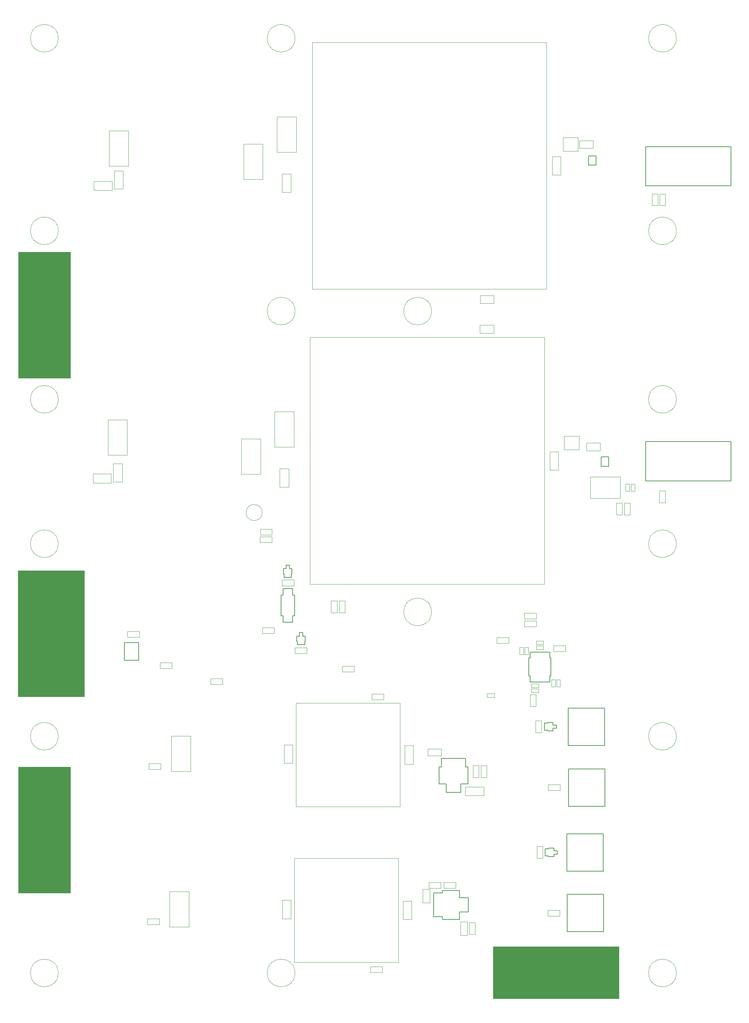
<source format=gbr>
%TF.GenerationSoftware,KiCad,Pcbnew,9.0.3*%
%TF.CreationDate,2025-09-16T12:32:26-04:00*%
%TF.ProjectId,CAEN_NEVIS_DAQ_PM5V,4341454e-5f4e-4455-9649-535f4441515f,rev?*%
%TF.SameCoordinates,Original*%
%TF.FileFunction,Other,User*%
%FSLAX46Y46*%
G04 Gerber Fmt 4.6, Leading zero omitted, Abs format (unit mm)*
G04 Created by KiCad (PCBNEW 9.0.3) date 2025-09-16 12:32:26*
%MOMM*%
%LPD*%
G01*
G04 APERTURE LIST*
%ADD10C,0.050000*%
%ADD11C,0.152400*%
%ADD12C,0.100000*%
G04 APERTURE END LIST*
D10*
%TO.C,R28*%
X278240000Y-141810000D02*
X279700000Y-141810000D01*
X278240000Y-144770000D02*
X278240000Y-141810000D01*
X279700000Y-141810000D02*
X279700000Y-144770000D01*
X279700000Y-144770000D02*
X278240000Y-144770000D01*
%TO.C,C39*%
X184306250Y-243850001D02*
X186406250Y-243850001D01*
X184306250Y-248450001D02*
X184306250Y-243850001D01*
X186406250Y-243850001D02*
X186406250Y-248450001D01*
X186406250Y-248450001D02*
X184306250Y-248450001D01*
%TO.C,C63*%
X243435000Y-180810000D02*
X244355000Y-180810000D01*
X243435000Y-182630000D02*
X243435000Y-180810000D01*
X244355000Y-180810000D02*
X244355000Y-182630000D01*
X244355000Y-182630000D02*
X243435000Y-182630000D01*
%TO.C,H13*%
X187450000Y-262000000D02*
G75*
G02*
X180550000Y-262000000I-3450000J0D01*
G01*
X180550000Y-262000000D02*
G75*
G02*
X187450000Y-262000000I3450000J0D01*
G01*
%TO.C,C29*%
X156625000Y-202960000D02*
X161425000Y-202960000D01*
X156625000Y-211760000D02*
X156625000Y-202960000D01*
X161425000Y-202960000D02*
X161425000Y-211760000D01*
X161425000Y-211760000D02*
X156625000Y-211760000D01*
%TO.C,H6*%
X128450000Y-203000000D02*
G75*
G02*
X121550000Y-203000000I-3450000J0D01*
G01*
X121550000Y-203000000D02*
G75*
G02*
X128450000Y-203000000I3450000J0D01*
G01*
%TO.C,R43*%
X250540000Y-215040000D02*
X253500000Y-215040000D01*
X250540000Y-216500000D02*
X250540000Y-215040000D01*
X253500000Y-215040000D02*
X253500000Y-216500000D01*
X253500000Y-216500000D02*
X250540000Y-216500000D01*
%TO.C,H14*%
X282450000Y-119000000D02*
G75*
G02*
X275550000Y-119000000I-3450000J0D01*
G01*
X275550000Y-119000000D02*
G75*
G02*
X282450000Y-119000000I3450000J0D01*
G01*
%TO.C,C54*%
X233750000Y-210270000D02*
X235210000Y-210270000D01*
X233750000Y-213230000D02*
X233750000Y-210270000D01*
X235210000Y-210270000D02*
X235210000Y-213230000D01*
X235210000Y-213230000D02*
X233750000Y-213230000D01*
%TO.C,C46*%
X214396250Y-244064999D02*
X216496250Y-244064999D01*
X214396250Y-248664999D02*
X214396250Y-244064999D01*
X216496250Y-244064999D02*
X216496250Y-248664999D01*
X216496250Y-248664999D02*
X214396250Y-248664999D01*
%TO.C,H4*%
X128450000Y-119000000D02*
G75*
G02*
X121550000Y-119000000I-3450000J0D01*
G01*
X121550000Y-119000000D02*
G75*
G02*
X128450000Y-119000000I3450000J0D01*
G01*
%TO.C,R16*%
X166480000Y-188590000D02*
X169440000Y-188590000D01*
X166480000Y-190050000D02*
X166480000Y-188590000D01*
X169440000Y-188590000D02*
X169440000Y-190050000D01*
X169440000Y-190050000D02*
X166480000Y-190050000D01*
%TO.C,C37*%
X214795000Y-205335000D02*
X216895000Y-205335000D01*
X214795000Y-209935000D02*
X214795000Y-205335000D01*
X216895000Y-205335000D02*
X216895000Y-209935000D01*
X216895000Y-209935000D02*
X214795000Y-209935000D01*
D11*
%TO.C,P4*%
X255511000Y-195966001D02*
X255511000Y-205273999D01*
X255511000Y-205273999D02*
X264569000Y-205273999D01*
X264569000Y-195966001D02*
X255511000Y-195966001D01*
X264569000Y-205273999D02*
X264569000Y-195966001D01*
D10*
%TO.C,C59*%
X219270000Y-241082500D02*
X221030000Y-241082500D01*
X219270000Y-244482500D02*
X219270000Y-241082500D01*
X221030000Y-241082500D02*
X221030000Y-244482500D01*
X221030000Y-244482500D02*
X219270000Y-244482500D01*
%TO.C,F3*%
X151055000Y-209750000D02*
X154015000Y-209750000D01*
X151055000Y-211210000D02*
X151055000Y-209750000D01*
X154015000Y-209750000D02*
X154015000Y-211210000D01*
X154015000Y-211210000D02*
X151055000Y-211210000D01*
%TO.C,R38*%
X199200000Y-185500000D02*
X202160000Y-185500000D01*
X199200000Y-186960000D02*
X199200000Y-185500000D01*
X202160000Y-185500000D02*
X202160000Y-186960000D01*
X202160000Y-186960000D02*
X199200000Y-186960000D01*
D11*
%TO.C,U2*%
X144931999Y-179641800D02*
X148487999Y-179641800D01*
X144931999Y-184010600D02*
X144931999Y-179641800D01*
X148487999Y-179641800D02*
X148487999Y-184010600D01*
X148487999Y-184010600D02*
X144931999Y-184010600D01*
D10*
%TO.C,R7*%
X153790000Y-184640000D02*
X156750000Y-184640000D01*
X153790000Y-186100000D02*
X153790000Y-184640000D01*
X156750000Y-184640000D02*
X156750000Y-186100000D01*
X156750000Y-186100000D02*
X153790000Y-186100000D01*
%TO.C,R11*%
X183655000Y-136330000D02*
X185895000Y-136330000D01*
X183655000Y-140890000D02*
X183655000Y-136330000D01*
X185895000Y-136330000D02*
X185895000Y-140890000D01*
X185895000Y-140890000D02*
X183655000Y-140890000D01*
%TO.C,C65*%
X228630000Y-249220000D02*
X230390000Y-249220000D01*
X228630000Y-252620000D02*
X228630000Y-249220000D01*
X230390000Y-249220000D02*
X230390000Y-252620000D01*
X230390000Y-252620000D02*
X228630000Y-252620000D01*
%TO.C,F1*%
X137310000Y-64632500D02*
X141870000Y-64632500D01*
X137310000Y-66872500D02*
X137310000Y-64632500D01*
X141870000Y-64632500D02*
X141870000Y-66872500D01*
X141870000Y-66872500D02*
X137310000Y-66872500D01*
D11*
%TO.C,M2*%
X184585999Y-161191000D02*
X185235999Y-161191000D01*
X184585999Y-162499000D02*
X184585999Y-161191000D01*
X184585999Y-162499000D02*
X184735999Y-162499000D01*
X184735999Y-162499000D02*
X184735999Y-163354599D01*
X184735999Y-163354599D02*
X186543999Y-163354599D01*
X185235999Y-160335401D02*
X186043999Y-160335401D01*
X185235999Y-161191000D02*
X185235999Y-160335401D01*
X186043999Y-161191000D02*
X186043999Y-160335401D01*
X186543999Y-162499000D02*
X186543999Y-163354599D01*
X186693999Y-161191000D02*
X186043999Y-161191000D01*
X186693999Y-161191000D02*
X186693999Y-162499000D01*
X186693999Y-162499000D02*
X186543999Y-162499000D01*
D10*
%TO.C,U4*%
X191160000Y-103570000D02*
X249560000Y-103570000D01*
X191160000Y-165070000D02*
X191160000Y-103570000D01*
X249560000Y-103570000D02*
X249560000Y-165070000D01*
X249560000Y-165070000D02*
X191160000Y-165070000D01*
D11*
%TO.C,U9*%
X223321700Y-210651800D02*
X223944000Y-210651800D01*
X223321700Y-214868200D02*
X223321700Y-210651800D01*
X223944000Y-208505500D02*
X229913000Y-208505500D01*
X223944000Y-210651800D02*
X223944000Y-208505500D01*
X225099700Y-214868200D02*
X223321700Y-214868200D01*
X225099700Y-217014500D02*
X225099700Y-214868200D01*
X228757300Y-214868200D02*
X228757300Y-217014500D01*
X228757300Y-217014500D02*
X225099700Y-217014500D01*
X229913000Y-208505500D02*
X229913000Y-210651800D01*
X229913000Y-210651800D02*
X230535300Y-210651800D01*
X230535300Y-210651800D02*
X230535300Y-214868200D01*
X230535300Y-214868200D02*
X228757300Y-214868200D01*
D10*
%TO.C,R35*%
X246000000Y-192580000D02*
X247460000Y-192580000D01*
X246000000Y-195540000D02*
X246000000Y-192580000D01*
X247460000Y-192580000D02*
X247460000Y-195540000D01*
X247460000Y-195540000D02*
X246000000Y-195540000D01*
D11*
%TO.C,P2*%
X255231000Y-242416001D02*
X255231000Y-251723999D01*
X255231000Y-251723999D02*
X264289000Y-251723999D01*
X264289000Y-242416001D02*
X255231000Y-242416001D01*
X264289000Y-251723999D02*
X264289000Y-242416001D01*
%TO.C,U12*%
X245704100Y-183482100D02*
X246021600Y-183482100D01*
X245704100Y-187977900D02*
X245704100Y-183482100D01*
X246021600Y-182021600D02*
X246021600Y-183482100D01*
X246021600Y-182021600D02*
X250898400Y-182021600D01*
X246021600Y-187977900D02*
X245704100Y-187977900D01*
X246021600Y-189438400D02*
X246021600Y-187977900D01*
X250898400Y-182021600D02*
X250898400Y-183482100D01*
X250898400Y-183482100D02*
X251215900Y-183482100D01*
X250898400Y-189438400D02*
X246021600Y-189438400D01*
X250898400Y-189438400D02*
X250898400Y-187977900D01*
X251215900Y-183482100D02*
X251215900Y-187977900D01*
X251215900Y-187977900D02*
X250898400Y-187977900D01*
D10*
%TO.C,R42*%
X250460000Y-246330000D02*
X253420000Y-246330000D01*
X250460000Y-247790000D02*
X250460000Y-246330000D01*
X253420000Y-246330000D02*
X253420000Y-247790000D01*
X253420000Y-247790000D02*
X250460000Y-247790000D01*
%TO.C,C48*%
X271160000Y-140080000D02*
X272080000Y-140080000D01*
X271160000Y-141900000D02*
X271160000Y-140080000D01*
X272080000Y-140080000D02*
X272080000Y-141900000D01*
X272080000Y-141900000D02*
X271160000Y-141900000D01*
%TO.C,U7*%
X261030000Y-138287500D02*
X261030000Y-143692500D01*
X261030000Y-138287500D02*
X268440000Y-138287500D01*
X261030000Y-143692500D02*
X268440000Y-143692500D01*
X268440000Y-138287500D02*
X268440000Y-143692500D01*
D12*
%TO.C,J1*%
X134940000Y-193109000D02*
X118440000Y-193109000D01*
X118440000Y-161699000D01*
X134940000Y-161699000D01*
X134940000Y-193109000D01*
G36*
X134940000Y-193109000D02*
G01*
X118440000Y-193109000D01*
X118440000Y-161699000D01*
X134940000Y-161699000D01*
X134940000Y-193109000D01*
G37*
D10*
%TO.C,C28*%
X206220000Y-260420000D02*
X209180000Y-260420000D01*
X206220000Y-261880000D02*
X206220000Y-260420000D01*
X209180000Y-260420000D02*
X209180000Y-261880000D01*
X209180000Y-261880000D02*
X206220000Y-261880000D01*
%TO.C,D2*%
X254260000Y-53770000D02*
X254260000Y-57170000D01*
X254260000Y-57170000D02*
X257980000Y-57170000D01*
X257980000Y-53770000D02*
X254260000Y-53770000D01*
X257980000Y-57170000D02*
X257980000Y-53770000D01*
%TO.C,C61*%
X252590000Y-188860000D02*
X253510000Y-188860000D01*
X252590000Y-190680000D02*
X252590000Y-188860000D01*
X253510000Y-188860000D02*
X253510000Y-190680000D01*
X253510000Y-190680000D02*
X252590000Y-190680000D01*
%TO.C,C16*%
X251515000Y-58500000D02*
X253615000Y-58500000D01*
X251515000Y-63100000D02*
X251515000Y-58500000D01*
X253615000Y-58500000D02*
X253615000Y-63100000D01*
X253615000Y-63100000D02*
X251515000Y-63100000D01*
%TO.C,C9*%
X182945000Y-48557500D02*
X187745000Y-48557500D01*
X182945000Y-57357500D02*
X182945000Y-48557500D01*
X187745000Y-48557500D02*
X187745000Y-57357500D01*
X187745000Y-57357500D02*
X182945000Y-57357500D01*
%TO.C,C62*%
X244665000Y-180830000D02*
X245585000Y-180830000D01*
X244665000Y-182650000D02*
X244665000Y-180830000D01*
X245585000Y-180830000D02*
X245585000Y-182650000D01*
X245585000Y-182650000D02*
X244665000Y-182650000D01*
%TO.C,R8*%
X142390000Y-62002500D02*
X144630000Y-62002500D01*
X142390000Y-66562500D02*
X142390000Y-62002500D01*
X144630000Y-62002500D02*
X144630000Y-66562500D01*
X144630000Y-66562500D02*
X142390000Y-66562500D01*
%TO.C,C17*%
X140840000Y-124080000D02*
X145640000Y-124080000D01*
X140840000Y-132880000D02*
X140840000Y-124080000D01*
X145640000Y-124080000D02*
X145640000Y-132880000D01*
X145640000Y-132880000D02*
X140840000Y-132880000D01*
D11*
%TO.C,R1*%
X260572900Y-58278900D02*
X262427100Y-58278900D01*
X260572900Y-60641100D02*
X260572900Y-58278900D01*
X262427100Y-58278900D02*
X262427100Y-60641100D01*
X262427100Y-60641100D02*
X260572900Y-60641100D01*
D10*
%TO.C,V_{EN}1*%
X179270000Y-147230000D02*
G75*
G02*
X175270000Y-147230000I-2000000J0D01*
G01*
X175270000Y-147230000D02*
G75*
G02*
X179270000Y-147230000I2000000J0D01*
G01*
%TO.C,R14*%
X179280000Y-175910000D02*
X182240000Y-175910000D01*
X179280000Y-177370000D02*
X179280000Y-175910000D01*
X182240000Y-175910000D02*
X182240000Y-177370000D01*
X182240000Y-177370000D02*
X179280000Y-177370000D01*
D11*
%TO.C,M4*%
X249765401Y-231045999D02*
X249765401Y-232853999D01*
X250621000Y-230895999D02*
X250621000Y-231045999D01*
X250621000Y-230895999D02*
X251929000Y-230895999D01*
X250621000Y-231045999D02*
X249765401Y-231045999D01*
X250621000Y-232853999D02*
X249765401Y-232853999D01*
X250621000Y-233003999D02*
X250621000Y-232853999D01*
X251929000Y-230895999D02*
X251929000Y-231545999D01*
X251929000Y-231545999D02*
X252784599Y-231545999D01*
X251929000Y-232353999D02*
X252784599Y-232353999D01*
X251929000Y-233003999D02*
X250621000Y-233003999D01*
X251929000Y-233003999D02*
X251929000Y-232353999D01*
X252784599Y-231545999D02*
X252784599Y-232353999D01*
D10*
%TO.C,R39*%
X230850000Y-249450000D02*
X232310000Y-249450000D01*
X230850000Y-252410000D02*
X230850000Y-249450000D01*
X232310000Y-249450000D02*
X232310000Y-252410000D01*
X232310000Y-252410000D02*
X230850000Y-252410000D01*
%TO.C,H17*%
X221450000Y-172000000D02*
G75*
G02*
X214550000Y-172000000I-3450000J0D01*
G01*
X214550000Y-172000000D02*
G75*
G02*
X221450000Y-172000000I3450000J0D01*
G01*
%TO.C,C18*%
X174055000Y-128880000D02*
X178855000Y-128880000D01*
X174055000Y-137680000D02*
X174055000Y-128880000D01*
X178855000Y-128880000D02*
X178855000Y-137680000D01*
X178855000Y-137680000D02*
X174055000Y-137680000D01*
%TO.C,C55*%
X229870000Y-215640000D02*
X234470000Y-215640000D01*
X229870000Y-217740000D02*
X229870000Y-215640000D01*
X234470000Y-215640000D02*
X234470000Y-217740000D01*
X234470000Y-217740000D02*
X229870000Y-217740000D01*
%TO.C,C47*%
X269850000Y-140100000D02*
X270770000Y-140100000D01*
X269850000Y-141920000D02*
X269850000Y-140100000D01*
X270770000Y-140100000D02*
X270770000Y-141920000D01*
X270770000Y-141920000D02*
X269850000Y-141920000D01*
D11*
%TO.C,J4*%
X274839569Y-129507800D02*
X296054432Y-129507800D01*
X274839569Y-139312200D02*
X274839569Y-129507800D01*
X296054432Y-129507800D02*
X296054432Y-139312200D01*
X296054432Y-139312200D02*
X274839569Y-139312200D01*
D10*
%TO.C,C19*%
X182385000Y-122080000D02*
X187185000Y-122080000D01*
X182385000Y-130880000D02*
X182385000Y-122080000D01*
X187185000Y-122080000D02*
X187185000Y-130880000D01*
X187185000Y-130880000D02*
X182385000Y-130880000D01*
%TO.C,R40*%
X247380000Y-199130000D02*
X248840000Y-199130000D01*
X247380000Y-202090000D02*
X247380000Y-199130000D01*
X248840000Y-199130000D02*
X248840000Y-202090000D01*
X248840000Y-202090000D02*
X247380000Y-202090000D01*
%TO.C,R41*%
X247690000Y-230470000D02*
X249150000Y-230470000D01*
X247690000Y-233430000D02*
X247690000Y-230470000D01*
X249150000Y-230470000D02*
X249150000Y-233430000D01*
X249150000Y-233430000D02*
X247690000Y-233430000D01*
%TO.C,U3*%
X191720000Y-30047500D02*
X250120000Y-30047500D01*
X191720000Y-91547500D02*
X191720000Y-30047500D01*
X250120000Y-30047500D02*
X250120000Y-91547500D01*
X250120000Y-91547500D02*
X191720000Y-91547500D01*
%TO.C,C8*%
X174615000Y-55357500D02*
X179415000Y-55357500D01*
X174615000Y-64157500D02*
X174615000Y-55357500D01*
X179415000Y-55357500D02*
X179415000Y-64157500D01*
X179415000Y-64157500D02*
X174615000Y-64157500D01*
D11*
%TO.C,M3*%
X249575401Y-199716001D02*
X249575401Y-201524001D01*
X250431000Y-199566001D02*
X250431000Y-199716001D01*
X250431000Y-199566001D02*
X251739000Y-199566001D01*
X250431000Y-199716001D02*
X249575401Y-199716001D01*
X250431000Y-201524001D02*
X249575401Y-201524001D01*
X250431000Y-201674001D02*
X250431000Y-201524001D01*
X251739000Y-199566001D02*
X251739000Y-200216001D01*
X251739000Y-200216001D02*
X252594599Y-200216001D01*
X251739000Y-201024001D02*
X252594599Y-201024001D01*
X251739000Y-201674001D02*
X250431000Y-201674001D01*
X251739000Y-201674001D02*
X251739000Y-201024001D01*
X252594599Y-200216001D02*
X252594599Y-201024001D01*
D10*
%TO.C,R22*%
X244560000Y-174190000D02*
X247520000Y-174190000D01*
X244560000Y-175650000D02*
X244560000Y-174190000D01*
X247520000Y-174190000D02*
X247520000Y-175650000D01*
X247520000Y-175650000D02*
X244560000Y-175650000D01*
%TO.C,R10*%
X142156250Y-135010000D02*
X144396250Y-135010000D01*
X142156250Y-139570000D02*
X142156250Y-135010000D01*
X144396250Y-135010000D02*
X144396250Y-139570000D01*
X144396250Y-139570000D02*
X142156250Y-139570000D01*
D11*
%TO.C,M1*%
X187896000Y-177996000D02*
X188546000Y-177996000D01*
X187896000Y-179304000D02*
X187896000Y-177996000D01*
X187896000Y-179304000D02*
X188046000Y-179304000D01*
X188046000Y-179304000D02*
X188046000Y-180159599D01*
X188046000Y-180159599D02*
X189854000Y-180159599D01*
X188546000Y-177140401D02*
X189354000Y-177140401D01*
X188546000Y-177996000D02*
X188546000Y-177140401D01*
X189354000Y-177996000D02*
X189354000Y-177140401D01*
X189854000Y-179304000D02*
X189854000Y-180159599D01*
X190004000Y-177996000D02*
X189354000Y-177996000D01*
X190004000Y-177996000D02*
X190004000Y-179304000D01*
X190004000Y-179304000D02*
X189854000Y-179304000D01*
D10*
%TO.C,H11*%
X282450000Y-203000000D02*
G75*
G02*
X275550000Y-203000000I-3450000J0D01*
G01*
X275550000Y-203000000D02*
G75*
G02*
X282450000Y-203000000I3450000J0D01*
G01*
D11*
%TO.C,R2*%
X263722900Y-133338900D02*
X265577100Y-133338900D01*
X263722900Y-135701100D02*
X263722900Y-133338900D01*
X265577100Y-133338900D02*
X265577100Y-135701100D01*
X265577100Y-135701100D02*
X263722900Y-135701100D01*
D10*
%TO.C,R34*%
X237740000Y-178350000D02*
X240700000Y-178350000D01*
X237740000Y-179810000D02*
X237740000Y-178350000D01*
X240700000Y-178350000D02*
X240700000Y-179810000D01*
X240700000Y-179810000D02*
X237740000Y-179810000D01*
%TO.C,R30*%
X246280000Y-189910000D02*
X248140000Y-189910000D01*
X246280000Y-190850000D02*
X246280000Y-189910000D01*
X248140000Y-189910000D02*
X248140000Y-190850000D01*
X248140000Y-190850000D02*
X246280000Y-190850000D01*
%TO.C,U6*%
X187293750Y-233410000D02*
X213193750Y-233410000D01*
X187293750Y-259310000D02*
X187293750Y-233410000D01*
X213193750Y-233410000D02*
X213193750Y-259310000D01*
X213193750Y-259310000D02*
X187293750Y-259310000D01*
%TO.C,C56*%
X246300000Y-191160000D02*
X248120000Y-191160000D01*
X246300000Y-192080000D02*
X246300000Y-191160000D01*
X248120000Y-191160000D02*
X248120000Y-192080000D01*
X248120000Y-192080000D02*
X246300000Y-192080000D01*
%TO.C,R32*%
X247510000Y-180410000D02*
X249370000Y-180410000D01*
X247510000Y-181350000D02*
X247510000Y-180410000D01*
X249370000Y-180410000D02*
X249370000Y-181350000D01*
X249370000Y-181350000D02*
X247510000Y-181350000D01*
%TO.C,R44*%
X198450000Y-169220000D02*
X199910000Y-169220000D01*
X198450000Y-172180000D02*
X198450000Y-169220000D01*
X199910000Y-169220000D02*
X199910000Y-172180000D01*
X199910000Y-172180000D02*
X198450000Y-172180000D01*
%TO.C,C5*%
X233590000Y-93140000D02*
X236990000Y-93140000D01*
X233590000Y-95100000D02*
X233590000Y-93140000D01*
X236990000Y-93140000D02*
X236990000Y-95100000D01*
X236990000Y-95100000D02*
X233590000Y-95100000D01*
%TO.C,C60*%
X251340000Y-188860000D02*
X252260000Y-188860000D01*
X251340000Y-190680000D02*
X251340000Y-188860000D01*
X252260000Y-188860000D02*
X252260000Y-190680000D01*
X252260000Y-190680000D02*
X251340000Y-190680000D01*
%TO.C,R31*%
X251870000Y-180420000D02*
X254830000Y-180420000D01*
X251870000Y-181880000D02*
X251870000Y-180420000D01*
X254830000Y-180420000D02*
X254830000Y-181880000D01*
X254830000Y-181880000D02*
X251870000Y-181880000D01*
%TO.C,H3*%
X128450000Y-77000000D02*
G75*
G02*
X121550000Y-77000000I-3450000J0D01*
G01*
X121550000Y-77000000D02*
G75*
G02*
X128450000Y-77000000I3450000J0D01*
G01*
%TO.C,R27*%
X276400000Y-67760000D02*
X277860000Y-67760000D01*
X276400000Y-70720000D02*
X276400000Y-67760000D01*
X277860000Y-67760000D02*
X277860000Y-70720000D01*
X277860000Y-70720000D02*
X276400000Y-70720000D01*
%TO.C,H5*%
X128450000Y-155000000D02*
G75*
G02*
X121550000Y-155000000I-3450000J0D01*
G01*
X121550000Y-155000000D02*
G75*
G02*
X128450000Y-155000000I3450000J0D01*
G01*
%TO.C,R36*%
X224540000Y-239440000D02*
X227500000Y-239440000D01*
X224540000Y-240900000D02*
X224540000Y-239440000D01*
X227500000Y-239440000D02*
X227500000Y-240900000D01*
X227500000Y-240900000D02*
X224540000Y-240900000D01*
%TO.C,H1*%
X128450000Y-29000000D02*
G75*
G02*
X121550000Y-29000000I-3450000J0D01*
G01*
X121550000Y-29000000D02*
G75*
G02*
X128450000Y-29000000I3450000J0D01*
G01*
%TO.C,H16*%
X221450000Y-97000000D02*
G75*
G02*
X214550000Y-97000000I-3450000J0D01*
G01*
X214550000Y-97000000D02*
G75*
G02*
X221450000Y-97000000I3450000J0D01*
G01*
%TO.C,R19*%
X184200000Y-164020000D02*
X187160000Y-164020000D01*
X184200000Y-165480000D02*
X184200000Y-164020000D01*
X187160000Y-164020000D02*
X187160000Y-165480000D01*
X187160000Y-165480000D02*
X184200000Y-165480000D01*
%TO.C,H8*%
X282450000Y-262000000D02*
G75*
G02*
X275550000Y-262000000I-3450000J0D01*
G01*
X275550000Y-262000000D02*
G75*
G02*
X282450000Y-262000000I3450000J0D01*
G01*
%TO.C,C51*%
X220510000Y-206110000D02*
X223910000Y-206110000D01*
X220510000Y-207870000D02*
X220510000Y-206110000D01*
X223910000Y-206110000D02*
X223910000Y-207870000D01*
X223910000Y-207870000D02*
X220510000Y-207870000D01*
%TO.C,C4*%
X145699999Y-176826200D02*
X148659999Y-176826200D01*
X145699999Y-178286200D02*
X145699999Y-176826200D01*
X148659999Y-176826200D02*
X148659999Y-178286200D01*
X148659999Y-178286200D02*
X145699999Y-178286200D01*
%TO.C,C6*%
X233530000Y-100520000D02*
X236930000Y-100520000D01*
X233530000Y-102480000D02*
X233530000Y-100520000D01*
X236930000Y-100520000D02*
X236930000Y-102480000D01*
X236930000Y-102480000D02*
X233530000Y-102480000D01*
%TO.C,C38*%
X156226250Y-241690001D02*
X161026250Y-241690001D01*
X156226250Y-250490001D02*
X156226250Y-241690001D01*
X161026250Y-241690001D02*
X161026250Y-250490001D01*
X161026250Y-250490001D02*
X156226250Y-250490001D01*
%TO.C,U5*%
X187692500Y-194680000D02*
X213592500Y-194680000D01*
X187692500Y-220580000D02*
X187692500Y-194680000D01*
X213592500Y-194680000D02*
X213592500Y-220580000D01*
X213592500Y-220580000D02*
X187692500Y-220580000D01*
%TO.C,C7*%
X141130000Y-52087500D02*
X145930000Y-52087500D01*
X141130000Y-60887500D02*
X141130000Y-52087500D01*
X145930000Y-52087500D02*
X145930000Y-60887500D01*
X145930000Y-60887500D02*
X141130000Y-60887500D01*
%TO.C,R20*%
X269460000Y-144880000D02*
X270920000Y-144880000D01*
X269460000Y-147840000D02*
X269460000Y-144880000D01*
X270920000Y-144880000D02*
X270920000Y-147840000D01*
X270920000Y-147840000D02*
X269460000Y-147840000D01*
%TO.C,H15*%
X187450000Y-29000000D02*
G75*
G02*
X180550000Y-29000000I-3450000J0D01*
G01*
X180550000Y-29000000D02*
G75*
G02*
X187450000Y-29000000I3450000J0D01*
G01*
%TO.C,C66*%
X247550000Y-179190000D02*
X249370000Y-179190000D01*
X247550000Y-180110000D02*
X247550000Y-179190000D01*
X249370000Y-179190000D02*
X249370000Y-180110000D01*
X249370000Y-180110000D02*
X247550000Y-180110000D01*
%TO.C,C30*%
X184705000Y-205120000D02*
X186805000Y-205120000D01*
X184705000Y-209720000D02*
X184705000Y-205120000D01*
X186805000Y-205120000D02*
X186805000Y-209720000D01*
X186805000Y-209720000D02*
X184705000Y-209720000D01*
%TO.C,H7*%
X128450000Y-262000000D02*
G75*
G02*
X121550000Y-262000000I-3450000J0D01*
G01*
X121550000Y-262000000D02*
G75*
G02*
X128450000Y-262000000I3450000J0D01*
G01*
%TO.C,R29*%
X235280000Y-192370000D02*
X237140000Y-192370000D01*
X235280000Y-193310000D02*
X235280000Y-192370000D01*
X237140000Y-192370000D02*
X237140000Y-193310000D01*
X237140000Y-193310000D02*
X235280000Y-193310000D01*
%TO.C,R23*%
X244565000Y-172280000D02*
X247525000Y-172280000D01*
X244565000Y-173740000D02*
X244565000Y-172280000D01*
X247525000Y-172280000D02*
X247525000Y-173740000D01*
X247525000Y-173740000D02*
X244565000Y-173740000D01*
%TO.C,R26*%
X278260000Y-67760000D02*
X279720000Y-67760000D01*
X278260000Y-70720000D02*
X278260000Y-67760000D01*
X279720000Y-67760000D02*
X279720000Y-70720000D01*
X279720000Y-70720000D02*
X278260000Y-70720000D01*
%TO.C,R24*%
X231790000Y-210280000D02*
X233250000Y-210280000D01*
X231790000Y-213240000D02*
X231790000Y-210280000D01*
X233250000Y-210280000D02*
X233250000Y-213240000D01*
X233250000Y-213240000D02*
X231790000Y-213240000D01*
%TO.C,H10*%
X187450000Y-97000000D02*
G75*
G02*
X180550000Y-97000000I-3450000J0D01*
G01*
X180550000Y-97000000D02*
G75*
G02*
X187450000Y-97000000I3450000J0D01*
G01*
%TO.C,H12*%
X282450000Y-77000000D02*
G75*
G02*
X275550000Y-77000000I-3450000J0D01*
G01*
X275550000Y-77000000D02*
G75*
G02*
X282450000Y-77000000I3450000J0D01*
G01*
%TO.C,R9*%
X184215000Y-62807500D02*
X186455000Y-62807500D01*
X184215000Y-67367500D02*
X184215000Y-62807500D01*
X186455000Y-62807500D02*
X186455000Y-67367500D01*
X186455000Y-67367500D02*
X184215000Y-67367500D01*
%TO.C,R15*%
X187460000Y-180900000D02*
X190420000Y-180900000D01*
X187460000Y-182360000D02*
X187460000Y-180900000D01*
X190420000Y-180900000D02*
X190420000Y-182360000D01*
X190420000Y-182360000D02*
X187460000Y-182360000D01*
D12*
%TO.C,J6*%
X268155000Y-268350000D02*
X236755000Y-268350000D01*
X236755000Y-255430000D01*
X268155000Y-255430000D01*
X268155000Y-268350000D01*
G36*
X268155000Y-268350000D02*
G01*
X236755000Y-268350000D01*
X236755000Y-255430000D01*
X268155000Y-255430000D01*
X268155000Y-268350000D01*
G37*
D11*
%TO.C,P1*%
X255151000Y-227296001D02*
X255151000Y-236603999D01*
X255151000Y-236603999D02*
X264209000Y-236603999D01*
X264209000Y-227296001D02*
X255151000Y-227296001D01*
X264209000Y-236603999D02*
X264209000Y-227296001D01*
%TO.C,J5*%
X274839569Y-55997800D02*
X296054432Y-55997800D01*
X274839569Y-65802200D02*
X274839569Y-55997800D01*
X296054432Y-55997800D02*
X296054432Y-65802200D01*
X296054432Y-65802200D02*
X274839569Y-65802200D01*
D10*
%TO.C,F2*%
X137110000Y-137600000D02*
X141670000Y-137600000D01*
X137110000Y-139840000D02*
X137110000Y-137600000D01*
X141670000Y-137600000D02*
X141670000Y-139840000D01*
X141670000Y-139840000D02*
X137110000Y-139840000D01*
D12*
%TO.C,J2*%
X131440000Y-113680000D02*
X118520000Y-113680000D01*
X118520000Y-82280000D01*
X131440000Y-82280000D01*
X131440000Y-113680000D01*
G36*
X131440000Y-113680000D02*
G01*
X118520000Y-113680000D01*
X118520000Y-82280000D01*
X131440000Y-82280000D01*
X131440000Y-113680000D01*
G37*
D10*
%TO.C,R3*%
X260120000Y-129870000D02*
X263480000Y-129870000D01*
X260120000Y-131770000D02*
X260120000Y-129870000D01*
X263480000Y-129870000D02*
X263480000Y-131770000D01*
X263480000Y-131770000D02*
X260120000Y-131770000D01*
%TO.C,H9*%
X282450000Y-155000000D02*
G75*
G02*
X275550000Y-155000000I-3450000J0D01*
G01*
X275550000Y-155000000D02*
G75*
G02*
X282450000Y-155000000I3450000J0D01*
G01*
%TO.C,R33*%
X220790000Y-239420000D02*
X223750000Y-239420000D01*
X220790000Y-240880000D02*
X220790000Y-239420000D01*
X223750000Y-239420000D02*
X223750000Y-240880000D01*
X223750000Y-240880000D02*
X220790000Y-240880000D01*
%TO.C,C26*%
X250955000Y-132022500D02*
X253055000Y-132022500D01*
X250955000Y-136622500D02*
X250955000Y-132022500D01*
X253055000Y-132022500D02*
X253055000Y-136622500D01*
X253055000Y-136622500D02*
X250955000Y-136622500D01*
%TO.C,C52*%
X267520000Y-144880000D02*
X268980000Y-144880000D01*
X267520000Y-147840000D02*
X267520000Y-144880000D01*
X268980000Y-144880000D02*
X268980000Y-147840000D01*
X268980000Y-147840000D02*
X267520000Y-147840000D01*
%TO.C,C67*%
X196450000Y-169220000D02*
X197910000Y-169220000D01*
X196450000Y-172180000D02*
X196450000Y-169220000D01*
X197910000Y-169220000D02*
X197910000Y-172180000D01*
X197910000Y-172180000D02*
X196450000Y-172180000D01*
%TO.C,R4*%
X258320000Y-54510000D02*
X261680000Y-54510000D01*
X258320000Y-56410000D02*
X258320000Y-54510000D01*
X261680000Y-54510000D02*
X261680000Y-56410000D01*
X261680000Y-56410000D02*
X258320000Y-56410000D01*
%TO.C,C27*%
X206540000Y-192390000D02*
X209500000Y-192390000D01*
X206540000Y-193850000D02*
X206540000Y-192390000D01*
X209500000Y-192390000D02*
X209500000Y-193850000D01*
X209500000Y-193850000D02*
X206540000Y-193850000D01*
D12*
%TO.C,J3*%
X131440000Y-242050000D02*
X118520000Y-242050000D01*
X118520000Y-210650000D01*
X131440000Y-210650000D01*
X131440000Y-242050000D01*
G36*
X131440000Y-242050000D02*
G01*
X118520000Y-242050000D01*
X118520000Y-210650000D01*
X131440000Y-210650000D01*
X131440000Y-242050000D01*
G37*
D11*
%TO.C,U13*%
X222020100Y-242046900D02*
X224191800Y-242046900D01*
X222020100Y-247993100D02*
X222020100Y-242046900D01*
X224191800Y-241413200D02*
X228408200Y-241413200D01*
X224191800Y-242046900D02*
X224191800Y-241413200D01*
X224191800Y-247993100D02*
X222020100Y-247993100D01*
X224191800Y-248626800D02*
X224191800Y-247993100D01*
X228408200Y-241413200D02*
X228408200Y-243242000D01*
X228408200Y-243242000D02*
X230579900Y-243242000D01*
X228408200Y-246798000D02*
X228408200Y-248626800D01*
X228408200Y-248626800D02*
X224191800Y-248626800D01*
X230579900Y-243242000D02*
X230579900Y-246798000D01*
X230579900Y-246798000D02*
X228408200Y-246798000D01*
D10*
%TO.C,D1*%
X254500000Y-128180000D02*
X254500000Y-131580000D01*
X254500000Y-131580000D02*
X258220000Y-131580000D01*
X258220000Y-128180000D02*
X254500000Y-128180000D01*
X258220000Y-131580000D02*
X258220000Y-128180000D01*
%TO.C,F4*%
X150656250Y-248480000D02*
X153616250Y-248480000D01*
X150656250Y-249940000D02*
X150656250Y-248480000D01*
X153616250Y-248480000D02*
X153616250Y-249940000D01*
X153616250Y-249940000D02*
X150656250Y-249940000D01*
%TO.C,R18*%
X178760000Y-151350000D02*
X181720000Y-151350000D01*
X178760000Y-152810000D02*
X178760000Y-151350000D01*
X181720000Y-151350000D02*
X181720000Y-152810000D01*
X181720000Y-152810000D02*
X178760000Y-152810000D01*
D11*
%TO.C,Q1*%
X183938200Y-167827300D02*
X184471600Y-167827300D01*
X183938200Y-172932700D02*
X183938200Y-167827300D01*
X184471600Y-166176300D02*
X184471600Y-167827300D01*
X184471600Y-166176300D02*
X186808400Y-166176300D01*
X184471600Y-172932700D02*
X183938200Y-172932700D01*
X184471600Y-174583700D02*
X184471600Y-172932700D01*
X186808400Y-166176300D02*
X186808400Y-167827300D01*
X186808400Y-167827300D02*
X187341800Y-167827300D01*
X186808400Y-174583700D02*
X184471600Y-174583700D01*
X186808400Y-174583700D02*
X186808400Y-172932700D01*
X187341800Y-167827300D02*
X187341800Y-172932700D01*
X187341800Y-172932700D02*
X186808400Y-172932700D01*
D10*
%TO.C,R17*%
X178755000Y-153220000D02*
X181715000Y-153220000D01*
X178755000Y-154680000D02*
X178755000Y-153220000D01*
X181715000Y-153220000D02*
X181715000Y-154680000D01*
X181715000Y-154680000D02*
X178755000Y-154680000D01*
D11*
%TO.C,P3*%
X255571000Y-211116001D02*
X255571000Y-220423999D01*
X255571000Y-220423999D02*
X264629000Y-220423999D01*
X264629000Y-211116001D02*
X255571000Y-211116001D01*
X264629000Y-220423999D02*
X264629000Y-211116001D01*
D10*
%TO.C,H2*%
X282450000Y-29000000D02*
G75*
G02*
X275550000Y-29000000I-3450000J0D01*
G01*
X275550000Y-29000000D02*
G75*
G02*
X282450000Y-29000000I3450000J0D01*
G01*
%TD*%
M02*

</source>
